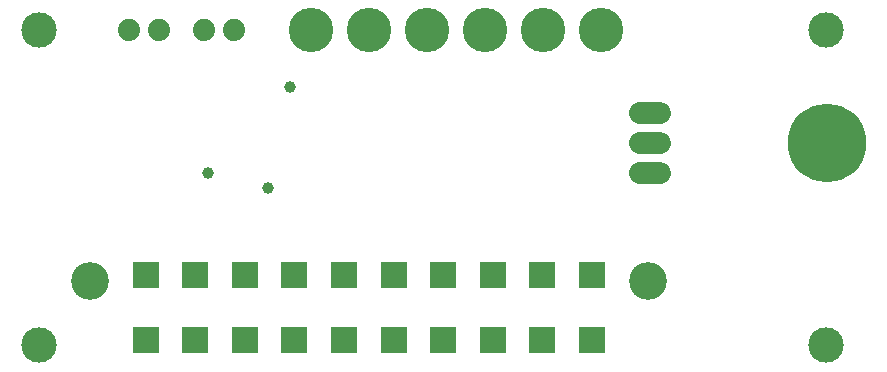
<source format=gbs>
G75*
%MOIN*%
%OFA0B0*%
%FSLAX24Y24*%
%IPPOS*%
%LPD*%
%AMOC8*
5,1,8,0,0,1.08239X$1,22.5*
%
%ADD10C,0.0740*%
%ADD11C,0.1380*%
%ADD12C,0.1182*%
%ADD13C,0.1480*%
%ADD14R,0.0907X0.0907*%
%ADD15C,0.1261*%
%ADD16C,0.0740*%
%ADD17C,0.0390*%
%ADD18C,0.2620*%
D10*
X022475Y008180D02*
X023135Y008180D01*
X023135Y009180D02*
X022475Y009180D01*
X022475Y010180D02*
X023135Y010180D01*
D11*
X028705Y009180D03*
D12*
X002430Y002430D03*
X002430Y012930D03*
X028680Y012930D03*
X028680Y002430D03*
D13*
X021180Y012930D03*
X019243Y012930D03*
X017305Y012930D03*
X015368Y012930D03*
X013430Y012930D03*
X011493Y012930D03*
D14*
X010950Y004763D03*
X012603Y004763D03*
X014257Y004763D03*
X015910Y004763D03*
X017564Y004763D03*
X019217Y004763D03*
X020871Y004763D03*
X020871Y002597D03*
X019217Y002597D03*
X017564Y002597D03*
X015910Y002597D03*
X014257Y002597D03*
X012603Y002597D03*
X010950Y002597D03*
X009296Y002597D03*
X007643Y002597D03*
X005989Y002597D03*
X005989Y004763D03*
X007643Y004763D03*
X009296Y004763D03*
D15*
X004139Y004582D03*
X022721Y004582D03*
D16*
X008930Y012930D03*
X007930Y012930D03*
X006430Y012930D03*
X005430Y012930D03*
D17*
X010805Y011055D03*
X008055Y008180D03*
X010055Y007680D03*
D18*
X028704Y009183D03*
M02*

</source>
